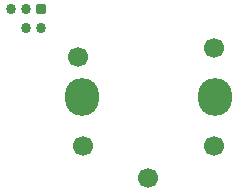
<source format=gbs>
%TF.GenerationSoftware,KiCad,Pcbnew,9.0.4*%
%TF.CreationDate,2025-10-01T23:03:52+01:00*%
%TF.ProjectId,vm_rotary_button,766d5f72-6f74-4617-9279-5f627574746f,0.4*%
%TF.SameCoordinates,PX5742de0PY47868c0*%
%TF.FileFunction,Soldermask,Bot*%
%TF.FilePolarity,Negative*%
%FSLAX45Y45*%
G04 Gerber Fmt 4.5, Leading zero omitted, Abs format (unit mm)*
G04 Created by KiCad (PCBNEW 9.0.4) date 2025-10-01 23:03:52*
%MOMM*%
%LPD*%
G01*
G04 APERTURE LIST*
G04 Aperture macros list*
%AMRoundRect*
0 Rectangle with rounded corners*
0 $1 Rounding radius*
0 $2 $3 $4 $5 $6 $7 $8 $9 X,Y pos of 4 corners*
0 Add a 4 corners polygon primitive as box body*
4,1,4,$2,$3,$4,$5,$6,$7,$8,$9,$2,$3,0*
0 Add four circle primitives for the rounded corners*
1,1,$1+$1,$2,$3*
1,1,$1+$1,$4,$5*
1,1,$1+$1,$6,$7*
1,1,$1+$1,$8,$9*
0 Add four rect primitives between the rounded corners*
20,1,$1+$1,$2,$3,$4,$5,0*
20,1,$1+$1,$4,$5,$6,$7,0*
20,1,$1+$1,$6,$7,$8,$9,0*
20,1,$1+$1,$8,$9,$2,$3,0*%
G04 Aperture macros list end*
%ADD10RoundRect,0.172720X-0.259080X-0.259080X0.259080X-0.259080X0.259080X0.259080X-0.259080X0.259080X0*%
%ADD11C,0.863600*%
%ADD12O,2.900000X3.200000*%
%ADD13C,1.700000*%
G04 APERTURE END LIST*
D10*
%TO.C,J1*%
X-362500Y700000D03*
D11*
X-362500Y542520D03*
X-489500Y700000D03*
X-489500Y542520D03*
X-616500Y700000D03*
%TD*%
D12*
%TO.C,SW2*%
X1110100Y-45000D03*
X-14900Y-45000D03*
D13*
X1102100Y-460000D03*
X-7900Y-460000D03*
X1102100Y370000D03*
X-47900Y300000D03*
X547100Y-730000D03*
%TD*%
M02*

</source>
